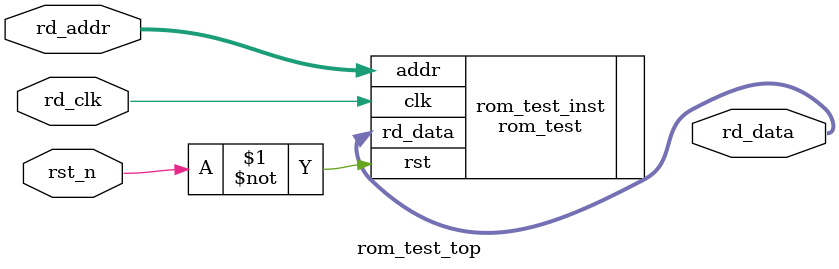
<source format=v>
module rom_test_top
(
    input    wire               rd_clk        ,//¶ÁÊ±ÖÓ
    input    wire               rst_n         ,//¸´Î»



    input    wire    [9:0]      rd_addr       ,//¶ÁµØÖ·

    
    output   wire    [63:0]      rd_data        //¶ÁÊý¾Ý
    
   
);


rom_test rom_test_inst (
  .addr(rd_addr),          // input [9:0]
  .clk(rd_clk),            // input
  .rst(~rst_n),            // input
  .rd_data(rd_data)     // output [63:0]
);




endmodule
</source>
